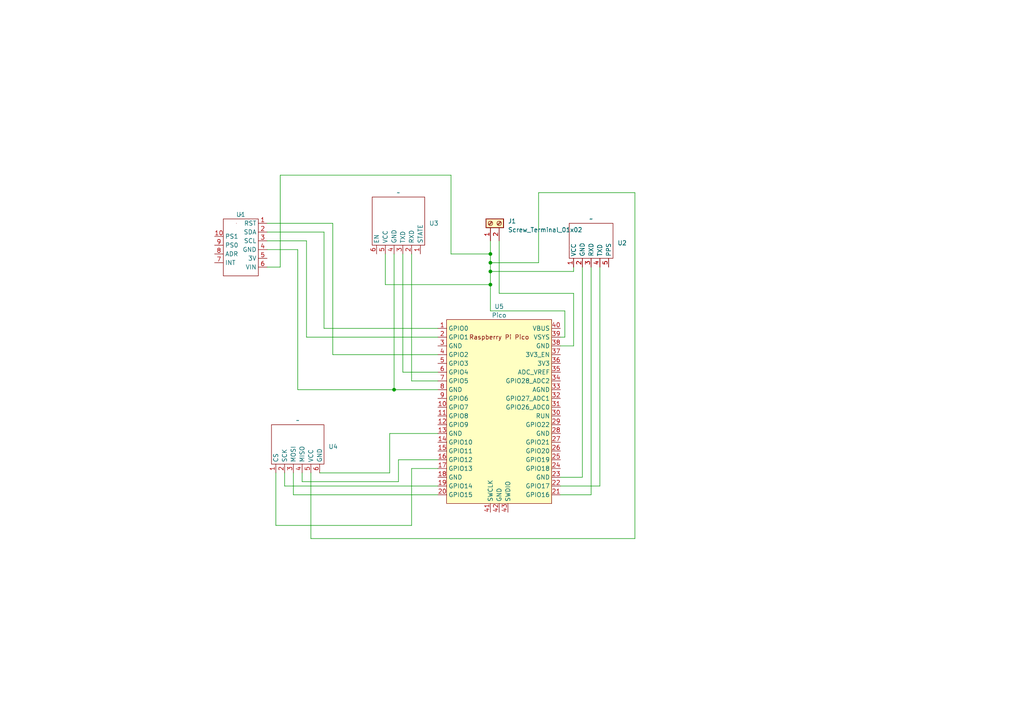
<source format=kicad_sch>
(kicad_sch (version 20230121) (generator eeschema)
  (paper "A4")
  (lib_symbols
    (symbol "Connector:Screw_Terminal_01x02" (pin_names (offset 1.016) hide)
      (property "Reference" "J" (at 0 2.54 0))
      (property "Value" "Screw_Terminal_01x02" (at 0 -5.08 0))
      (symbol "Screw_Terminal_01x02_1_1"
        (rectangle (start -1.27 1.27) (end 1.27 -3.81) (stroke (width 0.254)) (fill (type background)))
        (circle (center 0 -2.54) (radius 0.635) (stroke (width 0.1524)))
        (polyline (pts (xy -0.5334 -2.2098) (xy 0.3302 -3.048)) (stroke (width 0.1524)))
        (polyline (pts (xy -0.5334 0.3302) (xy 0.3302 -0.508)) (stroke (width 0.1524)))
        (polyline (pts (xy -0.3556 -2.032) (xy 0.508 -2.8702)) (stroke (width 0.1524)))
        (polyline (pts (xy -0.3556 0.508) (xy 0.508 -0.3302)) (stroke (width 0.1524)))
        (circle (center 0 0) (radius 0.635) (stroke (width 0.1524)))
        (pin passive line (at -5.08 0 0) (length 3.81) (name "Pin_1") (number "1"))
        (pin passive line (at -5.08 -2.54 0) (length 3.81) (name "Pin_2") (number "2"))
      )
    )
    (symbol "MCU_RaspberryPi_and_Boards:Pico"
      (property "Reference" "U" (at -13.97 27.94 0))
      (property "Value" "Pico" (at 0 19.05 0))
      (symbol "Pico_0_0"
        (text "Raspberry Pi Pico" (at 0 21.59 0) (effects (font (size 1.27 1.27))))
      )
      (symbol "Pico_0_1"
        (rectangle (start -15.24 26.67) (end 15.24 -26.67) (fill (type background)))
      )
      (symbol "Pico_1_1"
        (pin bidirectional line (at -17.78 24.13 0) (length 2.54) (name "GPIO0") (number "1"))
        (pin bidirectional line (at -17.78 1.27 0) (length 2.54) (name "GPIO7") (number "10"))
        (pin bidirectional line (at -17.78 -1.27 0) (length 2.54) (name "GPIO8") (number "11"))
        (pin bidirectional line (at -17.78 -3.81 0) (length 2.54) (name "GPIO9") (number "12"))
        (pin power_in line (at -17.78 -6.35 0) (length 2.54) (name "GND") (number "13"))
        (pin bidirectional line (at -17.78 -8.89 0) (length 2.54) (name "GPIO10") (number "14"))
        (pin bidirectional line (at -17.78 -11.43 0) (length 2.54) (name "GPIO11") (number "15"))
        (pin bidirectional line (at -17.78 -13.97 0) (length 2.54) (name "GPIO12") (number "16"))
        (pin bidirectional line (at -17.78 -16.51 0) (length 2.54) (name "GPIO13") (number "17"))
        (pin power_in line (at -17.78 -19.05 0) (length 2.54) (name "GND") (number "18"))
        (pin bidirectional line (at -17.78 -21.59 0) (length 2.54) (name "GPIO14") (number "19"))
        (pin bidirectional line (at -17.78 21.59 0) (length 2.54) (name "GPIO1") (number "2"))
        (pin bidirectional line (at -17.78 -24.13 0) (length 2.54) (name "GPIO15") (number "20"))
        (pin bidirectional line (at 17.78 -24.13 180) (length 2.54) (name "GPIO16") (number "21"))
        (pin bidirectional line (at 17.78 -21.59 180) (length 2.54) (name "GPIO17") (number "22"))
        (pin power_in line (at 17.78 -19.05 180) (length 2.54) (name "GND") (number "23"))
        (pin bidirectional line (at 17.78 -16.51 180) (length 2.54) (name "GPIO18") (number "24"))
        (pin bidirectional line (at 17.78 -13.97 180) (length 2.54) (name "GPIO19") (number "25"))
        (pin bidirectional line (at 17.78 -11.43 180) (length 2.54) (name "GPIO20") (number "26"))
        (pin bidirectional line (at 17.78 -8.89 180) (length 2.54) (name "GPIO21") (number "27"))
        (pin power_in line (at 17.78 -6.35 180) (length 2.54) (name "GND") (number "28"))
        (pin bidirectional line (at 17.78 -3.81 180) (length 2.54) (name "GPIO22") (number "29"))
        (pin power_in line (at -17.78 19.05 0) (length 2.54) (name "GND") (number "3"))
        (pin input line (at 17.78 -1.27 180) (length 2.54) (name "RUN") (number "30"))
        (pin bidirectional line (at 17.78 1.27 180) (length 2.54) (name "GPIO26_ADC0") (number "31"))
        (pin bidirectional line (at 17.78 3.81 180) (length 2.54) (name "GPIO27_ADC1") (number "32"))
        (pin power_in line (at 17.78 6.35 180) (length 2.54) (name "AGND") (number "33"))
        (pin bidirectional line (at 17.78 8.89 180) (length 2.54) (name "GPIO28_ADC2") (number "34"))
        (pin power_in line (at 17.78 11.43 180) (length 2.54) (name "ADC_VREF") (number "35"))
        (pin power_in line (at 17.78 13.97 180) (length 2.54) (name "3V3") (number "36"))
        (pin input line (at 17.78 16.51 180) (length 2.54) (name "3V3_EN") (number "37"))
        (pin bidirectional line (at 17.78 19.05 180) (length 2.54) (name "GND") (number "38"))
        (pin power_in line (at 17.78 21.59 180) (length 2.54) (name "VSYS") (number "39"))
        (pin bidirectional line (at -17.78 16.51 0) (length 2.54) (name "GPIO2") (number "4"))
        (pin power_in line (at 17.78 24.13 180) (length 2.54) (name "VBUS") (number "40"))
        (pin input line (at -2.54 -29.21 90) (length 2.54) (name "SWCLK") (number "41"))
        (pin power_in line (at 0 -29.21 90) (length 2.54) (name "GND") (number "42"))
        (pin bidirectional line (at 2.54 -29.21 90) (length 2.54) (name "SWDIO") (number "43"))
        (pin bidirectional line (at -17.78 13.97 0) (length 2.54) (name "GPIO3") (number "5"))
        (pin bidirectional line (at -17.78 11.43 0) (length 2.54) (name "GPIO4") (number "6"))
        (pin bidirectional line (at -17.78 8.89 0) (length 2.54) (name "GPIO5") (number "7"))
        (pin power_in line (at -17.78 6.35 0) (length 2.54) (name "GND") (number "8"))
        (pin bidirectional line (at -17.78 3.81 0) (length 2.54) (name "GPIO6") (number "9"))
      )
    )
    (symbol "New_Library:GT-07"
      (property "Reference" "U" (at 0 0 0))
      (symbol "GT-07_0_1"
        (rectangle (start -6.35 -1.27) (end 6.35 -11.43))
      )
      (symbol "GT-07_1_1"
        (pin input line (at -5.08 -13.97 90) (length 2.54) (name "VCC") (number "1"))
        (pin input line (at -2.54 -13.97 90) (length 2.54) (name "GND") (number "2"))
        (pin input line (at 0 -13.97 90) (length 2.54) (name "RXD") (number "3"))
        (pin output line (at 2.54 -13.97 90) (length 2.54) (name "TXD") (number "4"))
        (pin input line (at 5.08 -13.97 90) (length 2.54) (name "PPS") (number "5"))
      )
    )
    (symbol "New_Library:HC-05"
      (property "Reference" "U" (at 0 0 0))
      (symbol "HC-05_0_1"
        (rectangle (start -7.62 -1.27) (end 7.62 -15.24))
      )
      (symbol "HC-05_1_1"
        (pin input line (at 6.35 -17.78 90) (length 2.54) (name "STATE") (number "1"))
        (pin input line (at 3.81 -17.78 90) (length 2.54) (name "RXD") (number "2"))
        (pin output line (at 1.27 -17.78 90) (length 2.54) (name "TXD") (number "3"))
        (pin input line (at -1.27 -17.78 90) (length 2.54) (name "GND") (number "4"))
        (pin input line (at -3.81 -17.78 90) (length 2.54) (name "VCC") (number "5"))
        (pin input line (at -6.35 -17.78 90) (length 2.54) (name "EN") (number "6"))
      )
    )
    (symbol "New_Library:SD"
      (property "Reference" "U" (at 0 0 0))
      (symbol "SD_0_1"
        (rectangle (start -7.62 -1.27) (end 7.62 -12.7))
      )
      (symbol "SD_1_1"
        (pin input line (at -6.35 -15.24 90) (length 2.54) (name "CS") (number "1"))
        (pin input line (at -3.81 -15.24 90) (length 2.54) (name "SCK") (number "2"))
        (pin input line (at -1.27 -15.24 90) (length 2.54) (name "MOSI") (number "3"))
        (pin input line (at 1.27 -15.24 90) (length 2.54) (name "MISO") (number "4"))
        (pin input line (at 3.81 -15.24 90) (length 2.54) (name "VCC") (number "5"))
        (pin input line (at 6.35 -15.24 90) (length 2.54) (name "GND") (number "6"))
      )
    )
    (symbol "New_Library:bno055"
      (property "Reference" "U" (at 0 1.27 0))
      (symbol "bno055_0_1"
        (rectangle (start -5.08 0) (end 5.08 -16.51))
        (rectangle (start -1.27 -1.27) (end -1.27 -1.27))
      )
      (symbol "bno055_1_1"
        (pin input line (at 7.62 -1.27 180) (length 2.54) (name "RST") (number "1"))
        (pin input line (at -7.62 -5.08 0) (length 2.54) (name "PS1") (number "10"))
        (pin input line (at 7.62 -3.81 180) (length 2.54) (name "SDA") (number "2"))
        (pin input line (at 7.62 -6.35 180) (length 2.54) (name "SCL") (number "3"))
        (pin input line (at 7.62 -8.89 180) (length 2.54) (name "GND") (number "4"))
        (pin output line (at 7.62 -11.43 180) (length 2.54) (name "3V") (number "5"))
        (pin input line (at 7.62 -13.97 180) (length 2.54) (name "VIN") (number "6"))
        (pin input line (at -7.62 -12.7 0) (length 2.54) (name "INT") (number "7"))
        (pin input line (at -7.62 -10.16 0) (length 2.54) (name "ADR") (number "8"))
        (pin input line (at -7.62 -7.62 0) (length 2.54) (name "PS0") (number "9"))
      )
    )
  )
  (junction (at 142.24 82.55))
  (junction (at 114.3 113.03))
  (junction (at 142.24 76.2))
  (junction (at 142.24 73.66))
  (junction (at 142.24 78.74))
  (wire (pts (xy 82.55 140.97) (xy 127 140.97)))
  (wire (pts (xy 85.09 137.16) (xy 85.09 143.51)))
  (wire (pts (xy 82.55 137.16) (xy 82.55 140.97)))
  (wire (pts (xy 114.3 113.03) (xy 127 113.03)))
  (wire (pts (xy 77.47 69.85) (xy 88.9 69.85)))
  (wire (pts (xy 87.63 137.16) (xy 87.63 139.7)))
  (wire (pts (xy 80.01 152.4) (xy 119.38 152.4)))
  (wire (pts (xy 116.84 73.66) (xy 116.84 107.95)))
  (wire (pts (xy 115.57 133.35) (xy 127 133.35)))
  (wire (pts (xy 119.38 110.49) (xy 127 110.49)))
  (wire (pts (xy 111.76 82.55) (xy 111.76 73.66)))
  (wire (pts (xy 116.84 107.95) (xy 127 107.95)))
  (wire (pts (xy 85.09 143.51) (xy 127 143.51)))
  (wire (pts (xy 115.57 139.7) (xy 115.57 133.35)))
  (wire (pts (xy 166.37 85.09) (xy 166.37 100.33)))
  (wire (pts (xy 113.03 125.73) (xy 127 125.73)))
  (wire (pts (xy 168.91 77.47) (xy 168.91 138.43)))
  (wire (pts (xy 77.47 67.31) (xy 93.98 67.31)))
  (wire (pts (xy 166.37 100.33) (xy 162.56 100.33)))
  (wire (pts (xy 113.03 125.73) (xy 113.03 137.16)))
  (wire (pts (xy 80.01 137.16) (xy 80.01 152.4)))
  (wire (pts (xy 142.24 76.2) (xy 156.21 76.2)))
  (wire (pts (xy 142.24 82.55) (xy 111.76 82.55)))
  (wire (pts (xy 77.47 64.77) (xy 96.52 64.77)))
  (wire (pts (xy 86.36 72.39) (xy 86.36 113.03)))
  (wire (pts (xy 86.36 113.03) (xy 114.3 113.03)))
  (wire (pts (xy 184.15 55.88) (xy 184.15 156.21)))
  (wire (pts (xy 156.21 55.88) (xy 184.15 55.88)))
  (wire (pts (xy 119.38 135.89) (xy 127 135.89)))
  (wire (pts (xy 142.24 73.66) (xy 130.81 73.66)))
  (wire (pts (xy 114.3 73.66) (xy 114.3 113.03)))
  (wire (pts (xy 90.17 156.21) (xy 90.17 137.16)))
  (wire (pts (xy 81.28 50.8) (xy 81.28 77.47)))
  (wire (pts (xy 87.63 139.7) (xy 115.57 139.7)))
  (wire (pts (xy 166.37 78.74) (xy 166.37 77.47)))
  (wire (pts (xy 142.24 82.55) (xy 142.24 90.17)))
  (wire (pts (xy 142.24 69.85) (xy 142.24 73.66)))
  (wire (pts (xy 119.38 152.4) (xy 119.38 135.89)))
  (wire (pts (xy 144.78 69.85) (xy 144.78 85.09)))
  (wire (pts (xy 163.83 90.17) (xy 163.83 97.79)))
  (wire (pts (xy 144.78 85.09) (xy 166.37 85.09)))
  (wire (pts (xy 156.21 76.2) (xy 156.21 55.88)))
  (wire (pts (xy 93.98 67.31) (xy 93.98 95.25)))
  (wire (pts (xy 130.81 73.66) (xy 130.81 50.8)))
  (wire (pts (xy 184.15 156.21) (xy 90.17 156.21)))
  (wire (pts (xy 88.9 97.79) (xy 127 97.79)))
  (wire (pts (xy 168.91 138.43) (xy 162.56 138.43)))
  (wire (pts (xy 96.52 102.87) (xy 127 102.87)))
  (wire (pts (xy 142.24 76.2) (xy 142.24 78.74)))
  (wire (pts (xy 163.83 97.79) (xy 162.56 97.79)))
  (wire (pts (xy 142.24 78.74) (xy 142.24 82.55)))
  (wire (pts (xy 96.52 64.77) (xy 96.52 102.87)))
  (wire (pts (xy 93.98 95.25) (xy 127 95.25)))
  (wire (pts (xy 88.9 69.85) (xy 88.9 97.79)))
  (wire (pts (xy 171.45 143.51) (xy 162.56 143.51)))
  (wire (pts (xy 173.99 140.97) (xy 173.99 77.47)))
  (wire (pts (xy 119.38 73.66) (xy 119.38 110.49)))
  (wire (pts (xy 162.56 140.97) (xy 173.99 140.97)))
  (wire (pts (xy 92.71 137.16) (xy 113.03 137.16)))
  (wire (pts (xy 77.47 77.47) (xy 81.28 77.47)))
  (wire (pts (xy 142.24 78.74) (xy 166.37 78.74)))
  (wire (pts (xy 130.81 50.8) (xy 81.28 50.8)))
  (wire (pts (xy 171.45 77.47) (xy 171.45 143.51)))
  (wire (pts (xy 77.47 72.39) (xy 86.36 72.39)))
  (wire (pts (xy 142.24 73.66) (xy 142.24 76.2)))
  (wire (pts (xy 142.24 90.17) (xy 163.83 90.17)))
  (symbol (lib_id "New_Library:GT-07") (at 171.45 63.5 0) (unit 1)
    (property "Reference" "U2" (at 179.07 70.485 0) (effects (justify left)))
    (property "Value" "~" (at 171.45 63.5 0))
    (property "Footprint" "Connector_PinHeader_2.54mm:PinHeader_1x05_P2.54mm_Vertical" (effects hide))
  )
  (symbol (lib_id "Connector:Screw_Terminal_01x02") (at 142.24 64.77 90) (unit 1)
    (property "Reference" "J1" (at 147.32 64.135 90) (effects (justify right)))
    (property "Value" "Screw_Terminal_01x02" (at 147.32 66.675 90) (effects (justify right)))
    (property "Footprint" "TerminalBlock_Phoenix:TerminalBlock_Phoenix_MKDS-1,5-2-5.08_1x02_P5.08mm_Horizontal" (effects hide))
  )
  (symbol (lib_id "New_Library:bno055") (at 69.85 63.5 0) (unit 1)
    (property "Reference" "U1" (at 69.85 62.23 0))
    (property "Value" "~" (at 69.85 62.23 0))
    (property "Footprint" "Connector_Samtec_HLE_THT:Samtec_HLE-105-02-xx-DV-PE_2x05_P2.54mm_Horizontal" (effects hide))
  )
  (symbol (lib_id "New_Library:HC-05") (at 115.57 55.88 0) (unit 1)
    (property "Reference" "U3" (at 124.46 64.77 0) (effects (justify left)))
    (property "Value" "~" (at 115.57 55.88 0))
    (property "Footprint" "Connector_PinHeader_2.54mm:PinHeader_1x06_P2.54mm_Vertical" (effects hide))
  )
  (symbol (lib_id "New_Library:SD") (at 86.36 121.92 0) (unit 1)
    (property "Reference" "U4" (at 95.25 129.54 0) (effects (justify left)))
    (property "Value" "~" (at 86.36 121.92 0))
    (property "Footprint" "Connector_PinHeader_2.54mm:PinHeader_1x06_P2.54mm_Vertical" (effects hide))
  )
  (symbol (lib_id "MCU_RaspberryPi_and_Boards:Pico") (at 144.78 119.38 0) (unit 1)
    (property "Reference" "U5" (at 144.78 88.9 0))
    (property "Value" "Pico" (at 144.78 91.44 0))
    (property "Footprint" "MCU_RaspberryPi_and_Boards:RPi_Pico_SMD_TH" (effects hide))
  )
)
</source>
